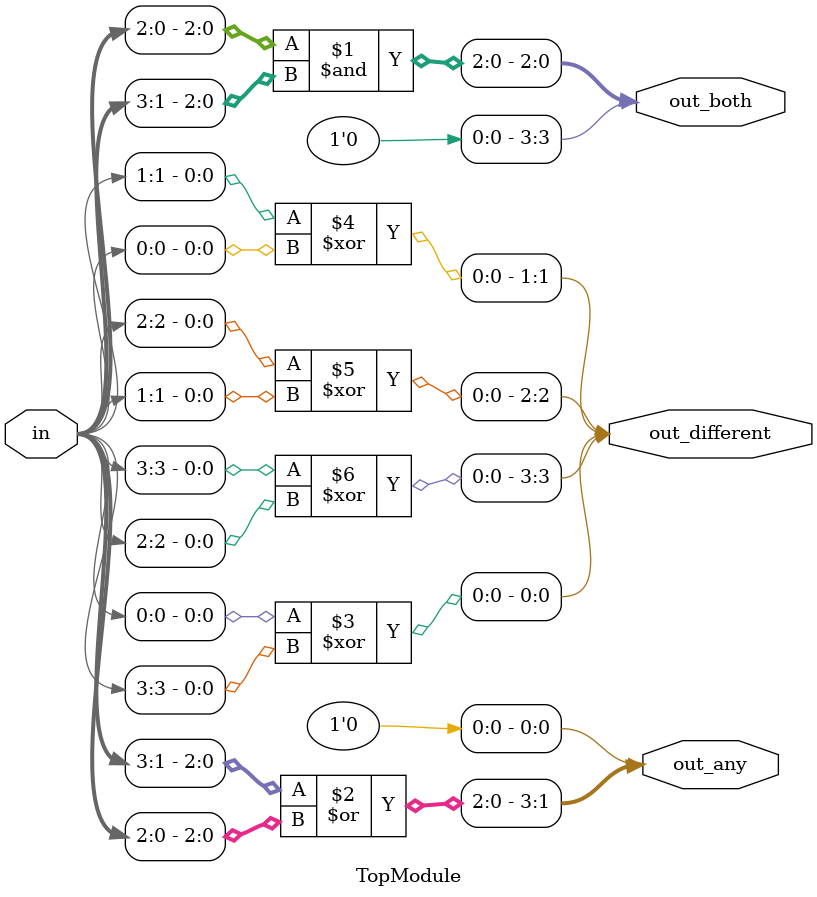
<source format=sv>
module TopModule (
    input logic [3:0] in,
    output logic [3:0] out_both,
    output logic [3:0] out_any,
    output logic [3:0] out_different
);

    assign out_both[3] = 1'b0;
    assign out_both[2:0] = in[2:0] & in[3:1];

    assign out_any[0] = 1'b0;
    assign out_any[3:1] = in[3:1] | in[2:0];

    assign out_different[0] = in[0] ^ in[3];
    assign out_different[1] = in[1] ^ in[0];
    assign out_different[2] = in[2] ^ in[1];
    assign out_different[3] = in[3] ^ in[2];

endmodule
</source>
